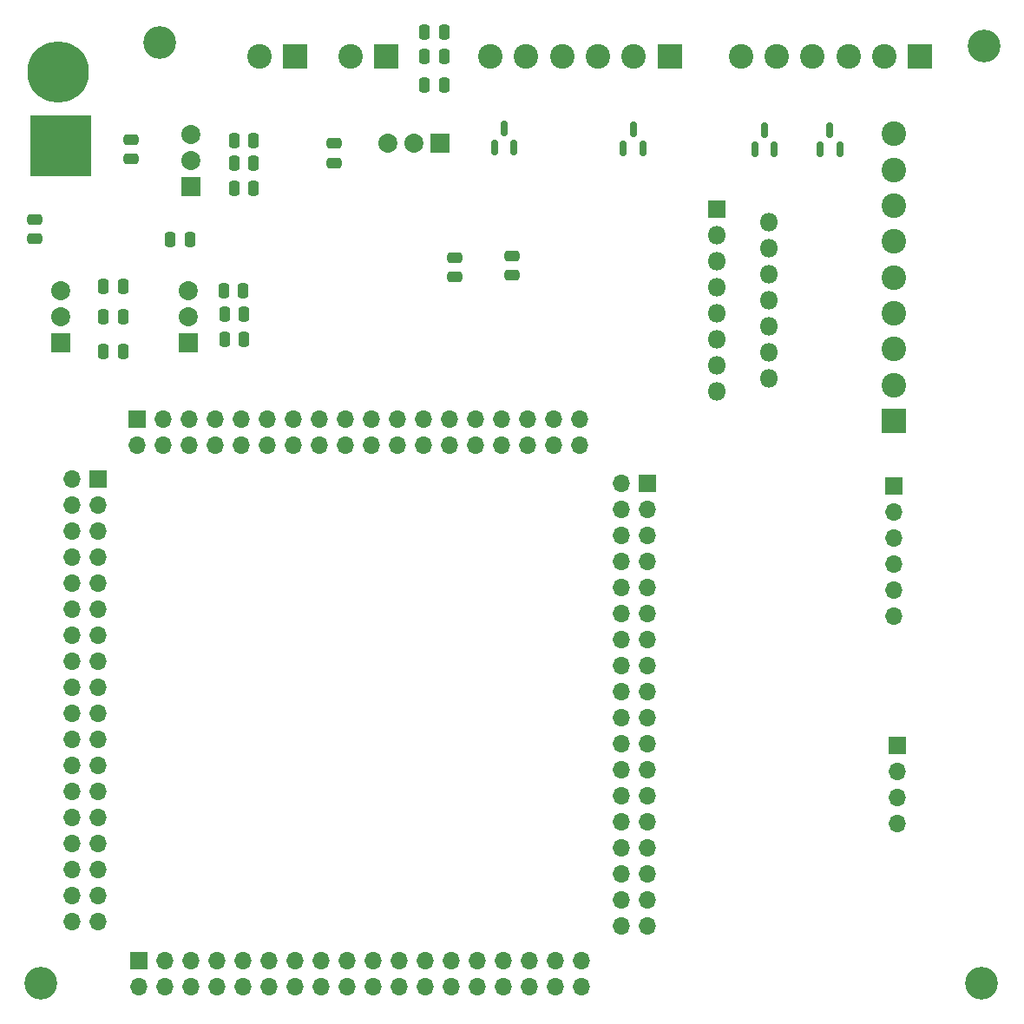
<source format=gbr>
%TF.GenerationSoftware,KiCad,Pcbnew,(7.0.0)*%
%TF.CreationDate,2023-03-07T12:31:48-06:00*%
%TF.ProjectId,finalproj,66696e61-6c70-4726-9f6a-2e6b69636164,rev?*%
%TF.SameCoordinates,Original*%
%TF.FileFunction,Soldermask,Top*%
%TF.FilePolarity,Negative*%
%FSLAX46Y46*%
G04 Gerber Fmt 4.6, Leading zero omitted, Abs format (unit mm)*
G04 Created by KiCad (PCBNEW (7.0.0)) date 2023-03-07 12:31:48*
%MOMM*%
%LPD*%
G01*
G04 APERTURE LIST*
G04 Aperture macros list*
%AMRoundRect*
0 Rectangle with rounded corners*
0 $1 Rounding radius*
0 $2 $3 $4 $5 $6 $7 $8 $9 X,Y pos of 4 corners*
0 Add a 4 corners polygon primitive as box body*
4,1,4,$2,$3,$4,$5,$6,$7,$8,$9,$2,$3,0*
0 Add four circle primitives for the rounded corners*
1,1,$1+$1,$2,$3*
1,1,$1+$1,$4,$5*
1,1,$1+$1,$6,$7*
1,1,$1+$1,$8,$9*
0 Add four rect primitives between the rounded corners*
20,1,$1+$1,$2,$3,$4,$5,0*
20,1,$1+$1,$4,$5,$6,$7,0*
20,1,$1+$1,$6,$7,$8,$9,0*
20,1,$1+$1,$8,$9,$2,$3,0*%
G04 Aperture macros list end*
%ADD10RoundRect,0.250000X-0.250000X-0.475000X0.250000X-0.475000X0.250000X0.475000X-0.250000X0.475000X0*%
%ADD11RoundRect,0.250000X-0.475000X0.250000X-0.475000X-0.250000X0.475000X-0.250000X0.475000X0.250000X0*%
%ADD12C,1.860000*%
%ADD13R,1.860000X1.860000*%
%ADD14R,1.700000X1.700000*%
%ADD15O,1.700000X1.700000*%
%ADD16C,3.200000*%
%ADD17R,2.400000X2.400000*%
%ADD18C,2.400000*%
%ADD19RoundRect,0.150000X0.150000X-0.587500X0.150000X0.587500X-0.150000X0.587500X-0.150000X-0.587500X0*%
%ADD20R,6.000000X6.000000*%
%ADD21C,6.000000*%
%ADD22R,1.800000X1.800000*%
%ADD23O,1.800000X1.800000*%
G04 APERTURE END LIST*
D10*
%TO.C,C3*%
X53250000Y-15400000D03*
X55150000Y-15400000D03*
%TD*%
%TO.C,C6*%
X53250000Y-20600000D03*
X55150000Y-20600000D03*
%TD*%
%TO.C,C5*%
X53250000Y-17800000D03*
X55150000Y-17800000D03*
%TD*%
D11*
%TO.C,C4*%
X44400000Y-26250000D03*
X44400000Y-28150000D03*
%TD*%
D12*
%TO.C,U1*%
X49660000Y-26200000D03*
X52200000Y-26200000D03*
D13*
X54739999Y-26199999D03*
%TD*%
D11*
%TO.C,C1*%
X61800000Y-37250000D03*
X61800000Y-39150000D03*
%TD*%
%TO.C,C2*%
X56200000Y-37400000D03*
X56200000Y-39300000D03*
%TD*%
D14*
%TO.C,J9*%
X99399999Y-84999999D03*
D15*
X99399999Y-87539999D03*
X99399999Y-90079999D03*
X99399999Y-92619999D03*
%TD*%
D14*
%TO.C,J7*%
X99059999Y-59689999D03*
D15*
X99059999Y-62229999D03*
X99059999Y-64769999D03*
X99059999Y-67309999D03*
X99059999Y-69849999D03*
X99059999Y-72389999D03*
%TD*%
D16*
%TO.C,H4*%
X15800000Y-108200000D03*
%TD*%
%TO.C,H3*%
X107600000Y-108200000D03*
%TD*%
%TO.C,H2*%
X107800000Y-16800000D03*
%TD*%
%TO.C,H1*%
X27400000Y-16400000D03*
%TD*%
D17*
%TO.C,J5*%
X99059999Y-53339999D03*
D18*
X99060000Y-49840000D03*
X99060000Y-46340000D03*
X99060000Y-42840000D03*
X99060000Y-39340000D03*
X99060000Y-35840000D03*
X99060000Y-32340000D03*
X99060000Y-28840000D03*
X99060000Y-25340000D03*
%TD*%
D13*
%TO.C,U2*%
X30479999Y-30479999D03*
D12*
X30480000Y-27940000D03*
X30480000Y-25400000D03*
%TD*%
D14*
%TO.C,MCU1*%
X21399999Y-58999999D03*
D15*
X18859999Y-58999999D03*
X21399999Y-61539999D03*
X18859999Y-61539999D03*
X21399999Y-64079999D03*
X18859999Y-64079999D03*
X21399999Y-66619999D03*
X18859999Y-66619999D03*
X21399999Y-69159999D03*
X18859999Y-69159999D03*
X21399999Y-71699999D03*
X18859999Y-71699999D03*
X21399999Y-74239999D03*
X18859999Y-74239999D03*
X21399999Y-76779999D03*
X18859999Y-76779999D03*
X21399999Y-79319999D03*
X18859999Y-79319999D03*
X21399999Y-81859999D03*
X18859999Y-81859999D03*
X21399999Y-84399999D03*
X18859999Y-84399999D03*
X21399999Y-86939999D03*
X18859999Y-86939999D03*
X21399999Y-89479999D03*
X18859999Y-89479999D03*
X21399999Y-92019999D03*
X18859999Y-92019999D03*
X21399999Y-94559999D03*
X18859999Y-94559999D03*
X21399999Y-97099999D03*
X18859999Y-97099999D03*
X21399999Y-99639999D03*
X18859999Y-99639999D03*
X21399999Y-102179999D03*
X18859999Y-102179999D03*
%TD*%
D10*
%TO.C,C28*%
X21900000Y-46600000D03*
X23800000Y-46600000D03*
%TD*%
D14*
%TO.C,MCU4*%
X25199999Y-53199999D03*
D15*
X25199999Y-55739999D03*
X27739999Y-53199999D03*
X27739999Y-55739999D03*
X30279999Y-53199999D03*
X30279999Y-55739999D03*
X32819999Y-53199999D03*
X32819999Y-55739999D03*
X35359999Y-53199999D03*
X35359999Y-55739999D03*
X37899999Y-53199999D03*
X37899999Y-55739999D03*
X40439999Y-53199999D03*
X40439999Y-55739999D03*
X42979999Y-53199999D03*
X42979999Y-55739999D03*
X45519999Y-53199999D03*
X45519999Y-55739999D03*
X48059999Y-53199999D03*
X48059999Y-55739999D03*
X50599999Y-53199999D03*
X50599999Y-55739999D03*
X53139999Y-53199999D03*
X53139999Y-55739999D03*
X55679999Y-53199999D03*
X55679999Y-55739999D03*
X58219999Y-53199999D03*
X58219999Y-55739999D03*
X60759999Y-53199999D03*
X60759999Y-55739999D03*
X63299999Y-53199999D03*
X63299999Y-55739999D03*
X65839999Y-53199999D03*
X65839999Y-55739999D03*
X68379999Y-53199999D03*
X68379999Y-55739999D03*
%TD*%
D11*
%TO.C,C24*%
X15240000Y-33660000D03*
X15240000Y-35560000D03*
%TD*%
D10*
%TO.C,C33*%
X21910000Y-40170000D03*
X23810000Y-40170000D03*
%TD*%
%TO.C,C35*%
X28450000Y-35600000D03*
X30350000Y-35600000D03*
%TD*%
D11*
%TO.C,C25*%
X24600000Y-25900000D03*
X24600000Y-27800000D03*
%TD*%
D10*
%TO.C,C27*%
X33720000Y-42960000D03*
X35620000Y-42960000D03*
%TD*%
D19*
%TO.C,D1*%
X72650000Y-26737500D03*
X74550000Y-26737500D03*
X73600000Y-24862500D03*
%TD*%
D10*
%TO.C,C34*%
X21910000Y-43180000D03*
X23810000Y-43180000D03*
%TD*%
D14*
%TO.C,MCU2*%
X25399999Y-105999999D03*
D15*
X25399999Y-108539999D03*
X27939999Y-105999999D03*
X27939999Y-108539999D03*
X30479999Y-105999999D03*
X30479999Y-108539999D03*
X33019999Y-105999999D03*
X33019999Y-108539999D03*
X35559999Y-105999999D03*
X35559999Y-108539999D03*
X38099999Y-105999999D03*
X38099999Y-108539999D03*
X40639999Y-105999999D03*
X40639999Y-108539999D03*
X43179999Y-105999999D03*
X43179999Y-108539999D03*
X45719999Y-105999999D03*
X45719999Y-108539999D03*
X48259999Y-105999999D03*
X48259999Y-108539999D03*
X50799999Y-105999999D03*
X50799999Y-108539999D03*
X53339999Y-105999999D03*
X53339999Y-108539999D03*
X55879999Y-105999999D03*
X55879999Y-108539999D03*
X58419999Y-105999999D03*
X58419999Y-108539999D03*
X60959999Y-105999999D03*
X60959999Y-108539999D03*
X63499999Y-105999999D03*
X63499999Y-108539999D03*
X66039999Y-105999999D03*
X66039999Y-108539999D03*
X68579999Y-105999999D03*
X68579999Y-108539999D03*
%TD*%
D19*
%TO.C,D3*%
X91850000Y-26875000D03*
X93750000Y-26875000D03*
X92800000Y-25000000D03*
%TD*%
D10*
%TO.C,C26*%
X34650000Y-30640000D03*
X36550000Y-30640000D03*
%TD*%
D19*
%TO.C,D2*%
X60050000Y-26675000D03*
X61950000Y-26675000D03*
X61000000Y-24800000D03*
%TD*%
D17*
%TO.C,POW3*%
X40639999Y-17779999D03*
D18*
X37140000Y-17780000D03*
%TD*%
D10*
%TO.C,C31*%
X33720000Y-45340000D03*
X35620000Y-45340000D03*
%TD*%
D13*
%TO.C,U4*%
X17779999Y-45719999D03*
D12*
X17780000Y-43180000D03*
X17780000Y-40640000D03*
%TD*%
D14*
%TO.C,MCU3*%
X74999999Y-59399999D03*
D15*
X72459999Y-59399999D03*
X74999999Y-61939999D03*
X72459999Y-61939999D03*
X74999999Y-64479999D03*
X72459999Y-64479999D03*
X74999999Y-67019999D03*
X72459999Y-67019999D03*
X74999999Y-69559999D03*
X72459999Y-69559999D03*
X74999999Y-72099999D03*
X72459999Y-72099999D03*
X74999999Y-74639999D03*
X72459999Y-74639999D03*
X74999999Y-77179999D03*
X72459999Y-77179999D03*
X74999999Y-79719999D03*
X72459999Y-79719999D03*
X74999999Y-82259999D03*
X72459999Y-82259999D03*
X74999999Y-84799999D03*
X72459999Y-84799999D03*
X74999999Y-87339999D03*
X72459999Y-87339999D03*
X74999999Y-89879999D03*
X72459999Y-89879999D03*
X74999999Y-92419999D03*
X72459999Y-92419999D03*
X74999999Y-94959999D03*
X72459999Y-94959999D03*
X74999999Y-97499999D03*
X72459999Y-97499999D03*
X74999999Y-100039999D03*
X72459999Y-100039999D03*
X74999999Y-102579999D03*
X72459999Y-102579999D03*
%TD*%
D10*
%TO.C,C32*%
X33650000Y-40600000D03*
X35550000Y-40600000D03*
%TD*%
D19*
%TO.C,D4*%
X85450000Y-26875000D03*
X87350000Y-26875000D03*
X86400000Y-25000000D03*
%TD*%
D17*
%TO.C,J11*%
X101599999Y-17779999D03*
D18*
X98100000Y-17780000D03*
X94600000Y-17780000D03*
X91100000Y-17780000D03*
X87600000Y-17780000D03*
X84100000Y-17780000D03*
%TD*%
D17*
%TO.C,POW2*%
X49499999Y-17799999D03*
D18*
X46000000Y-17800000D03*
%TD*%
D20*
%TO.C,POW1*%
X17779999Y-26459999D03*
D21*
X17475000Y-19260000D03*
%TD*%
D10*
%TO.C,C29*%
X34650000Y-26000000D03*
X36550000Y-26000000D03*
%TD*%
%TO.C,C30*%
X34650000Y-28200000D03*
X36550000Y-28200000D03*
%TD*%
D22*
%TO.C,U5*%
X81719999Y-32649999D03*
D23*
X86799999Y-33919999D03*
X81719999Y-35189999D03*
X86799999Y-36459999D03*
X81719999Y-37729999D03*
X86799999Y-38999999D03*
X81719999Y-40269999D03*
X86799999Y-41539999D03*
X81719999Y-42809999D03*
X86799999Y-44079999D03*
X81719999Y-45349999D03*
X86799999Y-46619999D03*
X81719999Y-47889999D03*
X86799999Y-49159999D03*
X81719999Y-50429999D03*
%TD*%
D17*
%TO.C,J10*%
X77159999Y-17779999D03*
D18*
X73660000Y-17780000D03*
X70160000Y-17780000D03*
X66660000Y-17780000D03*
X63160000Y-17780000D03*
X59660000Y-17780000D03*
%TD*%
D13*
%TO.C,U3*%
X30199999Y-45719999D03*
D12*
X30200000Y-43180000D03*
X30200000Y-40640000D03*
%TD*%
M02*

</source>
